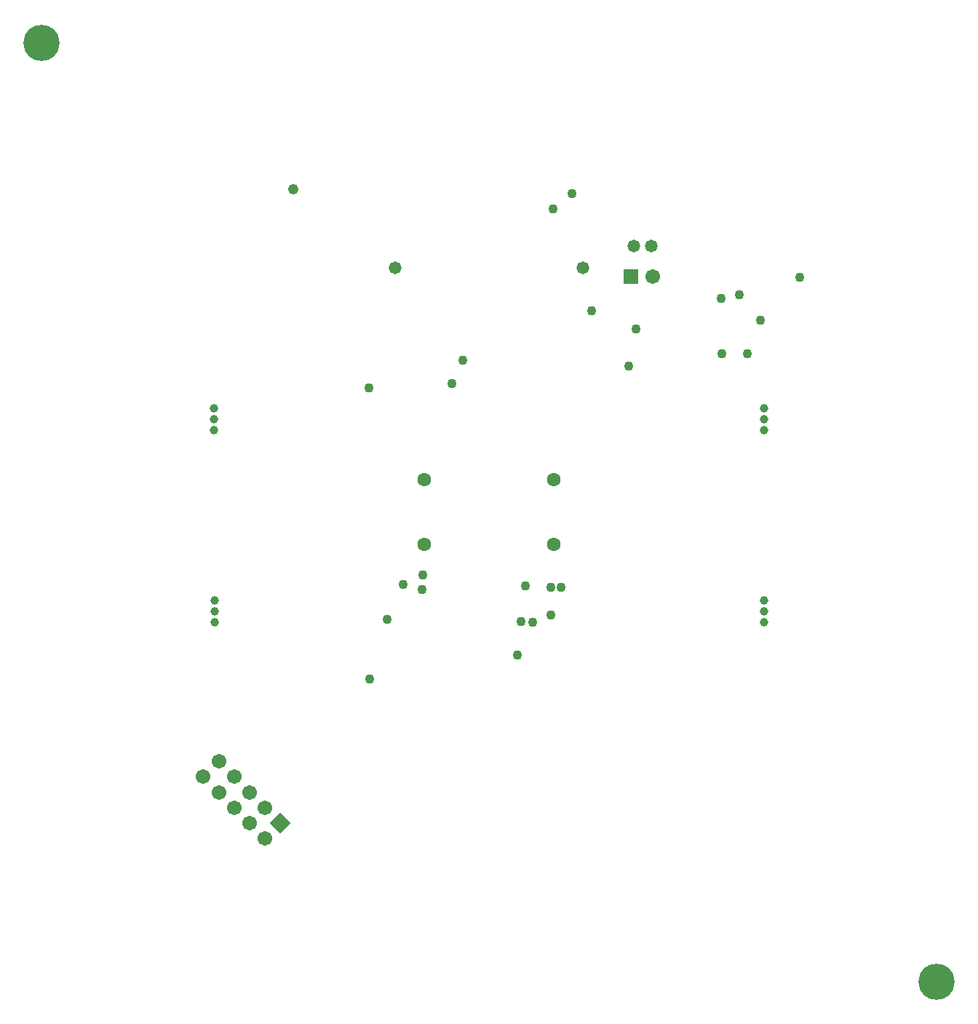
<source format=gbs>
%FSLAX25Y25*%
%MOIN*%
G70*
G01*
G75*
G04 Layer_Color=16711935*
%ADD10R,0.03543X0.02756*%
%ADD11R,0.02756X0.03543*%
%ADD12R,0.01969X0.02362*%
%ADD13R,0.02362X0.01969*%
%ADD14R,0.07874X0.03937*%
G04:AMPARAMS|DCode=15|XSize=24mil|YSize=47mil|CornerRadius=0mil|HoleSize=0mil|Usage=FLASHONLY|Rotation=200.000|XOffset=0mil|YOffset=0mil|HoleType=Round|Shape=Rectangle|*
%AMROTATEDRECTD15*
4,1,4,0.00324,0.02619,0.01931,-0.01798,-0.00324,-0.02619,-0.01931,0.01798,0.00324,0.02619,0.0*
%
%ADD15ROTATEDRECTD15*%

G04:AMPARAMS|DCode=16|XSize=24mil|YSize=47mil|CornerRadius=0mil|HoleSize=0mil|Usage=FLASHONLY|Rotation=340.000|XOffset=0mil|YOffset=0mil|HoleType=Round|Shape=Rectangle|*
%AMROTATEDRECTD16*
4,1,4,-0.01931,-0.01798,-0.00324,0.02619,0.01931,0.01798,0.00324,-0.02619,-0.01931,-0.01798,0.0*
%
%ADD16ROTATEDRECTD16*%

G04:AMPARAMS|DCode=17|XSize=24mil|YSize=47mil|CornerRadius=0mil|HoleSize=0mil|Usage=FLASHONLY|Rotation=120.000|XOffset=0mil|YOffset=0mil|HoleType=Round|Shape=Rectangle|*
%AMROTATEDRECTD17*
4,1,4,0.02635,0.00136,-0.01435,-0.02214,-0.02635,-0.00136,0.01435,0.02214,0.02635,0.00136,0.0*
%
%ADD17ROTATEDRECTD17*%

%ADD18R,0.03543X0.03150*%
%ADD19R,0.03150X0.03543*%
%ADD20R,0.17300X0.05650*%
%ADD21O,0.01378X0.05906*%
G04:AMPARAMS|DCode=22|XSize=24mil|YSize=47mil|CornerRadius=0mil|HoleSize=0mil|Usage=FLASHONLY|Rotation=240.000|XOffset=0mil|YOffset=0mil|HoleType=Round|Shape=Rectangle|*
%AMROTATEDRECTD22*
4,1,4,-0.01435,0.02214,0.02635,-0.00136,0.01435,-0.02214,-0.02635,0.00136,-0.01435,0.02214,0.0*
%
%ADD22ROTATEDRECTD22*%

%ADD23R,0.05512X0.04724*%
%ADD24C,0.04000*%
%ADD25R,0.06299X0.05118*%
%ADD26R,0.02913X0.11004*%
%ADD27R,0.04724X0.05512*%
%ADD28R,0.03150X0.01181*%
%ADD29R,0.01181X0.03150*%
%ADD30O,0.03347X0.00984*%
%ADD31O,0.00984X0.03347*%
%ADD32O,0.03150X0.00984*%
%ADD33O,0.00984X0.03150*%
%ADD34R,0.14173X0.14173*%
%ADD35R,0.09843X0.09843*%
%ADD36O,0.00984X0.03740*%
%ADD37O,0.03740X0.00984*%
%ADD38R,0.09449X0.09449*%
%ADD39R,0.05906X0.02362*%
%ADD40R,0.04000X0.02800*%
%ADD41R,0.02756X0.05906*%
%ADD42C,0.02500*%
%ADD43C,0.04000*%
%ADD44C,0.00800*%
%ADD45C,0.01500*%
%ADD46C,0.01000*%
%ADD47C,0.03000*%
%ADD48C,0.02000*%
%ADD49R,0.15800X0.06400*%
%ADD50C,0.15800*%
%ADD51C,0.03100*%
%ADD52C,0.05512*%
%ADD53C,0.05000*%
%ADD54R,0.05906X0.05906*%
%ADD55C,0.05906*%
%ADD56P,0.08352X4X180.0*%
%ADD57C,0.03543*%
%ADD58C,0.03500*%
%ADD59C,0.11200*%
%ADD60C,0.15200*%
%ADD61C,0.17500*%
%ADD62C,0.91500*%
%ADD63C,0.02598*%
%ADD64C,0.00984*%
%ADD65C,0.00787*%
%ADD66C,0.00394*%
%ADD67C,0.00500*%
%ADD68R,0.04343X0.03556*%
%ADD69R,0.03556X0.04343*%
%ADD70R,0.02769X0.03162*%
%ADD71R,0.03162X0.02769*%
%ADD72R,0.08674X0.04737*%
G04:AMPARAMS|DCode=73|XSize=32mil|YSize=55mil|CornerRadius=0mil|HoleSize=0mil|Usage=FLASHONLY|Rotation=200.000|XOffset=0mil|YOffset=0mil|HoleType=Round|Shape=Rectangle|*
%AMROTATEDRECTD73*
4,1,4,0.00563,0.03131,0.02444,-0.02037,-0.00563,-0.03131,-0.02444,0.02037,0.00563,0.03131,0.0*
%
%ADD73ROTATEDRECTD73*%

G04:AMPARAMS|DCode=74|XSize=32mil|YSize=55mil|CornerRadius=0mil|HoleSize=0mil|Usage=FLASHONLY|Rotation=340.000|XOffset=0mil|YOffset=0mil|HoleType=Round|Shape=Rectangle|*
%AMROTATEDRECTD74*
4,1,4,-0.02444,-0.02037,-0.00563,0.03131,0.02444,0.02037,0.00563,-0.03131,-0.02444,-0.02037,0.0*
%
%ADD74ROTATEDRECTD74*%

G04:AMPARAMS|DCode=75|XSize=32mil|YSize=55mil|CornerRadius=0mil|HoleSize=0mil|Usage=FLASHONLY|Rotation=120.000|XOffset=0mil|YOffset=0mil|HoleType=Round|Shape=Rectangle|*
%AMROTATEDRECTD75*
4,1,4,0.03182,-0.00011,-0.01582,-0.02761,-0.03182,0.00011,0.01582,0.02761,0.03182,-0.00011,0.0*
%
%ADD75ROTATEDRECTD75*%

%ADD76R,0.04343X0.03950*%
%ADD77R,0.03950X0.04343*%
%ADD78R,0.18100X0.06450*%
%ADD79O,0.02178X0.06706*%
G04:AMPARAMS|DCode=80|XSize=32mil|YSize=55mil|CornerRadius=0mil|HoleSize=0mil|Usage=FLASHONLY|Rotation=240.000|XOffset=0mil|YOffset=0mil|HoleType=Round|Shape=Rectangle|*
%AMROTATEDRECTD80*
4,1,4,-0.01582,0.02761,0.03182,0.00011,0.01582,-0.02761,-0.03182,-0.00011,-0.01582,0.02761,0.0*
%
%ADD80ROTATEDRECTD80*%

%ADD81R,0.06312X0.05524*%
%ADD82R,0.07099X0.05918*%
%ADD83R,0.03713X0.11804*%
%ADD84R,0.05524X0.06312*%
%ADD85R,0.03950X0.01981*%
%ADD86R,0.01981X0.03950*%
%ADD87O,0.04147X0.01784*%
%ADD88O,0.01784X0.04147*%
%ADD89O,0.03950X0.01784*%
%ADD90O,0.01784X0.03950*%
%ADD91R,0.14973X0.14973*%
%ADD92R,0.10642X0.10642*%
%ADD93O,0.01784X0.04540*%
%ADD94O,0.04540X0.01784*%
%ADD95R,0.10249X0.10249*%
%ADD96R,0.06706X0.03162*%
%ADD97R,0.04800X0.03600*%
%ADD98R,0.03556X0.06706*%
%ADD99C,0.16600*%
%ADD100C,0.03900*%
%ADD101C,0.06312*%
%ADD102C,0.05800*%
%ADD103R,0.06706X0.06706*%
%ADD104C,0.06706*%
%ADD105P,0.09483X4X180.0*%
%ADD106C,0.04343*%
%ADD107C,0.04300*%
%ADD108C,0.12000*%
%ADD109C,0.16000*%
%ADD110C,0.18300*%
%ADD111C,0.92300*%
%ADD112C,0.04800*%
D99*
X605000Y185000D02*
D03*
X195000Y615000D02*
D03*
D100*
X274500Y359500D02*
D03*
X526000Y447500D02*
D03*
Y442500D02*
D03*
Y437500D02*
D03*
Y349500D02*
D03*
Y354500D02*
D03*
Y359500D02*
D03*
X274500Y354500D02*
D03*
Y349500D02*
D03*
X274000Y437500D02*
D03*
Y442500D02*
D03*
Y447500D02*
D03*
D101*
X429537Y385236D02*
D03*
Y414764D02*
D03*
X370463D02*
D03*
Y385236D02*
D03*
D102*
X474500Y522000D02*
D03*
X466500D02*
D03*
X443100Y511700D02*
D03*
X356900D02*
D03*
D103*
X465000Y508000D02*
D03*
D104*
X475000D02*
D03*
X297429Y250429D02*
D03*
Y264571D02*
D03*
X290358Y257500D02*
D03*
Y271642D02*
D03*
X283287Y264571D02*
D03*
Y278713D02*
D03*
X276216Y271642D02*
D03*
Y285784D02*
D03*
X269145Y278713D02*
D03*
D105*
X304500Y257500D02*
D03*
D106*
X506595Y472500D02*
D03*
X518405D02*
D03*
D107*
X524300Y487800D02*
D03*
X514800Y499600D02*
D03*
X353500Y351000D02*
D03*
X383000Y459000D02*
D03*
X345000Y457000D02*
D03*
X360540Y367000D02*
D03*
X388000Y469500D02*
D03*
X542500Y507500D02*
D03*
X506500Y497710D02*
D03*
X447000Y492095D02*
D03*
X464000Y467000D02*
D03*
X467500Y484000D02*
D03*
X438000Y546000D02*
D03*
X429500Y539000D02*
D03*
X433000Y365500D02*
D03*
X428500D02*
D03*
X416812Y366179D02*
D03*
X414688Y349718D02*
D03*
X428500Y353000D02*
D03*
X420094Y349670D02*
D03*
X345500Y323500D02*
D03*
X369500Y364500D02*
D03*
X369740Y371040D02*
D03*
X413000Y334500D02*
D03*
D112*
X310500Y548000D02*
D03*
M02*

</source>
